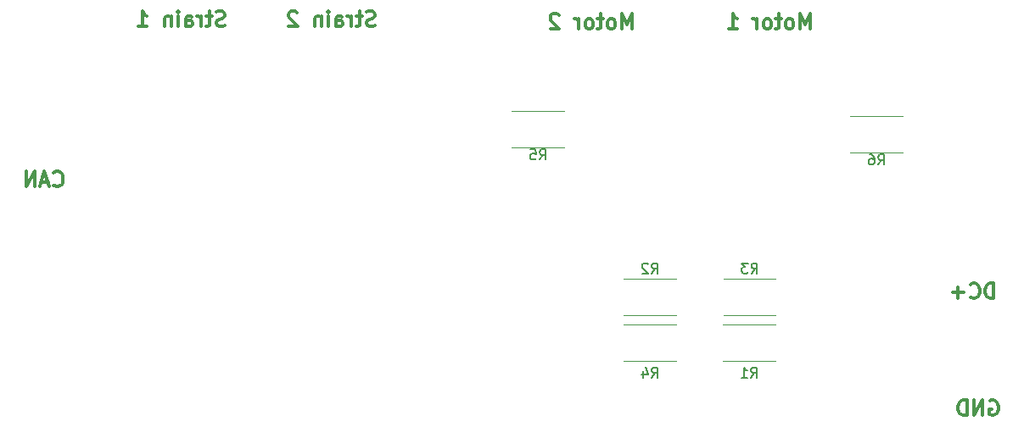
<source format=gbr>
G04 #@! TF.GenerationSoftware,KiCad,Pcbnew,5.0.0-5.0.0*
G04 #@! TF.CreationDate,2018-10-25T16:06:32-04:00*
G04 #@! TF.ProjectId,l6203dualmotordrive,6C363230336475616C6D6F746F726472,rev?*
G04 #@! TF.SameCoordinates,Original*
G04 #@! TF.FileFunction,Legend,Bot*
G04 #@! TF.FilePolarity,Positive*
%FSLAX46Y46*%
G04 Gerber Fmt 4.6, Leading zero omitted, Abs format (unit mm)*
G04 Created by KiCad (PCBNEW 5.0.0-5.0.0) date Thu Oct 25 16:06:32 2018*
%MOMM*%
%LPD*%
G01*
G04 APERTURE LIST*
%ADD10C,0.300000*%
%ADD11C,0.120000*%
%ADD12C,0.150000*%
G04 APERTURE END LIST*
D10*
X93420285Y-80799714D02*
X93491714Y-80871142D01*
X93706000Y-80942571D01*
X93848857Y-80942571D01*
X94063142Y-80871142D01*
X94206000Y-80728285D01*
X94277428Y-80585428D01*
X94348857Y-80299714D01*
X94348857Y-80085428D01*
X94277428Y-79799714D01*
X94206000Y-79656857D01*
X94063142Y-79514000D01*
X93848857Y-79442571D01*
X93706000Y-79442571D01*
X93491714Y-79514000D01*
X93420285Y-79585428D01*
X92848857Y-80514000D02*
X92134571Y-80514000D01*
X92991714Y-80942571D02*
X92491714Y-79442571D01*
X91991714Y-80942571D01*
X91491714Y-80942571D02*
X91491714Y-79442571D01*
X90634571Y-80942571D01*
X90634571Y-79442571D01*
X110493428Y-64869142D02*
X110279142Y-64940571D01*
X109922000Y-64940571D01*
X109779142Y-64869142D01*
X109707714Y-64797714D01*
X109636285Y-64654857D01*
X109636285Y-64512000D01*
X109707714Y-64369142D01*
X109779142Y-64297714D01*
X109922000Y-64226285D01*
X110207714Y-64154857D01*
X110350571Y-64083428D01*
X110422000Y-64012000D01*
X110493428Y-63869142D01*
X110493428Y-63726285D01*
X110422000Y-63583428D01*
X110350571Y-63512000D01*
X110207714Y-63440571D01*
X109850571Y-63440571D01*
X109636285Y-63512000D01*
X109207714Y-63940571D02*
X108636285Y-63940571D01*
X108993428Y-63440571D02*
X108993428Y-64726285D01*
X108922000Y-64869142D01*
X108779142Y-64940571D01*
X108636285Y-64940571D01*
X108136285Y-64940571D02*
X108136285Y-63940571D01*
X108136285Y-64226285D02*
X108064857Y-64083428D01*
X107993428Y-64012000D01*
X107850571Y-63940571D01*
X107707714Y-63940571D01*
X106564857Y-64940571D02*
X106564857Y-64154857D01*
X106636285Y-64012000D01*
X106779142Y-63940571D01*
X107064857Y-63940571D01*
X107207714Y-64012000D01*
X106564857Y-64869142D02*
X106707714Y-64940571D01*
X107064857Y-64940571D01*
X107207714Y-64869142D01*
X107279142Y-64726285D01*
X107279142Y-64583428D01*
X107207714Y-64440571D01*
X107064857Y-64369142D01*
X106707714Y-64369142D01*
X106564857Y-64297714D01*
X105850571Y-64940571D02*
X105850571Y-63940571D01*
X105850571Y-63440571D02*
X105922000Y-63512000D01*
X105850571Y-63583428D01*
X105779142Y-63512000D01*
X105850571Y-63440571D01*
X105850571Y-63583428D01*
X105136285Y-63940571D02*
X105136285Y-64940571D01*
X105136285Y-64083428D02*
X105064857Y-64012000D01*
X104922000Y-63940571D01*
X104707714Y-63940571D01*
X104564857Y-64012000D01*
X104493428Y-64154857D01*
X104493428Y-64940571D01*
X101850571Y-64940571D02*
X102707714Y-64940571D01*
X102279142Y-64940571D02*
X102279142Y-63440571D01*
X102422000Y-63654857D01*
X102564857Y-63797714D01*
X102707714Y-63869142D01*
X125479428Y-64869142D02*
X125265142Y-64940571D01*
X124908000Y-64940571D01*
X124765142Y-64869142D01*
X124693714Y-64797714D01*
X124622285Y-64654857D01*
X124622285Y-64512000D01*
X124693714Y-64369142D01*
X124765142Y-64297714D01*
X124908000Y-64226285D01*
X125193714Y-64154857D01*
X125336571Y-64083428D01*
X125408000Y-64012000D01*
X125479428Y-63869142D01*
X125479428Y-63726285D01*
X125408000Y-63583428D01*
X125336571Y-63512000D01*
X125193714Y-63440571D01*
X124836571Y-63440571D01*
X124622285Y-63512000D01*
X124193714Y-63940571D02*
X123622285Y-63940571D01*
X123979428Y-63440571D02*
X123979428Y-64726285D01*
X123908000Y-64869142D01*
X123765142Y-64940571D01*
X123622285Y-64940571D01*
X123122285Y-64940571D02*
X123122285Y-63940571D01*
X123122285Y-64226285D02*
X123050857Y-64083428D01*
X122979428Y-64012000D01*
X122836571Y-63940571D01*
X122693714Y-63940571D01*
X121550857Y-64940571D02*
X121550857Y-64154857D01*
X121622285Y-64012000D01*
X121765142Y-63940571D01*
X122050857Y-63940571D01*
X122193714Y-64012000D01*
X121550857Y-64869142D02*
X121693714Y-64940571D01*
X122050857Y-64940571D01*
X122193714Y-64869142D01*
X122265142Y-64726285D01*
X122265142Y-64583428D01*
X122193714Y-64440571D01*
X122050857Y-64369142D01*
X121693714Y-64369142D01*
X121550857Y-64297714D01*
X120836571Y-64940571D02*
X120836571Y-63940571D01*
X120836571Y-63440571D02*
X120908000Y-63512000D01*
X120836571Y-63583428D01*
X120765142Y-63512000D01*
X120836571Y-63440571D01*
X120836571Y-63583428D01*
X120122285Y-63940571D02*
X120122285Y-64940571D01*
X120122285Y-64083428D02*
X120050857Y-64012000D01*
X119908000Y-63940571D01*
X119693714Y-63940571D01*
X119550857Y-64012000D01*
X119479428Y-64154857D01*
X119479428Y-64940571D01*
X117693714Y-63583428D02*
X117622285Y-63512000D01*
X117479428Y-63440571D01*
X117122285Y-63440571D01*
X116979428Y-63512000D01*
X116908000Y-63583428D01*
X116836571Y-63726285D01*
X116836571Y-63869142D01*
X116908000Y-64083428D01*
X117765142Y-64940571D01*
X116836571Y-64940571D01*
X151101714Y-65194571D02*
X151101714Y-63694571D01*
X150601714Y-64766000D01*
X150101714Y-63694571D01*
X150101714Y-65194571D01*
X149173142Y-65194571D02*
X149316000Y-65123142D01*
X149387428Y-65051714D01*
X149458857Y-64908857D01*
X149458857Y-64480285D01*
X149387428Y-64337428D01*
X149316000Y-64266000D01*
X149173142Y-64194571D01*
X148958857Y-64194571D01*
X148816000Y-64266000D01*
X148744571Y-64337428D01*
X148673142Y-64480285D01*
X148673142Y-64908857D01*
X148744571Y-65051714D01*
X148816000Y-65123142D01*
X148958857Y-65194571D01*
X149173142Y-65194571D01*
X148244571Y-64194571D02*
X147673142Y-64194571D01*
X148030285Y-63694571D02*
X148030285Y-64980285D01*
X147958857Y-65123142D01*
X147816000Y-65194571D01*
X147673142Y-65194571D01*
X146958857Y-65194571D02*
X147101714Y-65123142D01*
X147173142Y-65051714D01*
X147244571Y-64908857D01*
X147244571Y-64480285D01*
X147173142Y-64337428D01*
X147101714Y-64266000D01*
X146958857Y-64194571D01*
X146744571Y-64194571D01*
X146601714Y-64266000D01*
X146530285Y-64337428D01*
X146458857Y-64480285D01*
X146458857Y-64908857D01*
X146530285Y-65051714D01*
X146601714Y-65123142D01*
X146744571Y-65194571D01*
X146958857Y-65194571D01*
X145816000Y-65194571D02*
X145816000Y-64194571D01*
X145816000Y-64480285D02*
X145744571Y-64337428D01*
X145673142Y-64266000D01*
X145530285Y-64194571D01*
X145387428Y-64194571D01*
X143816000Y-63837428D02*
X143744571Y-63766000D01*
X143601714Y-63694571D01*
X143244571Y-63694571D01*
X143101714Y-63766000D01*
X143030285Y-63837428D01*
X142958857Y-63980285D01*
X142958857Y-64123142D01*
X143030285Y-64337428D01*
X143887428Y-65194571D01*
X142958857Y-65194571D01*
X168881714Y-65194571D02*
X168881714Y-63694571D01*
X168381714Y-64766000D01*
X167881714Y-63694571D01*
X167881714Y-65194571D01*
X166953142Y-65194571D02*
X167096000Y-65123142D01*
X167167428Y-65051714D01*
X167238857Y-64908857D01*
X167238857Y-64480285D01*
X167167428Y-64337428D01*
X167096000Y-64266000D01*
X166953142Y-64194571D01*
X166738857Y-64194571D01*
X166596000Y-64266000D01*
X166524571Y-64337428D01*
X166453142Y-64480285D01*
X166453142Y-64908857D01*
X166524571Y-65051714D01*
X166596000Y-65123142D01*
X166738857Y-65194571D01*
X166953142Y-65194571D01*
X166024571Y-64194571D02*
X165453142Y-64194571D01*
X165810285Y-63694571D02*
X165810285Y-64980285D01*
X165738857Y-65123142D01*
X165596000Y-65194571D01*
X165453142Y-65194571D01*
X164738857Y-65194571D02*
X164881714Y-65123142D01*
X164953142Y-65051714D01*
X165024571Y-64908857D01*
X165024571Y-64480285D01*
X164953142Y-64337428D01*
X164881714Y-64266000D01*
X164738857Y-64194571D01*
X164524571Y-64194571D01*
X164381714Y-64266000D01*
X164310285Y-64337428D01*
X164238857Y-64480285D01*
X164238857Y-64908857D01*
X164310285Y-65051714D01*
X164381714Y-65123142D01*
X164524571Y-65194571D01*
X164738857Y-65194571D01*
X163596000Y-65194571D02*
X163596000Y-64194571D01*
X163596000Y-64480285D02*
X163524571Y-64337428D01*
X163453142Y-64266000D01*
X163310285Y-64194571D01*
X163167428Y-64194571D01*
X160738857Y-65194571D02*
X161596000Y-65194571D01*
X161167428Y-65194571D02*
X161167428Y-63694571D01*
X161310285Y-63908857D01*
X161453142Y-64051714D01*
X161596000Y-64123142D01*
X186816857Y-102374000D02*
X186959714Y-102302571D01*
X187174000Y-102302571D01*
X187388285Y-102374000D01*
X187531142Y-102516857D01*
X187602571Y-102659714D01*
X187674000Y-102945428D01*
X187674000Y-103159714D01*
X187602571Y-103445428D01*
X187531142Y-103588285D01*
X187388285Y-103731142D01*
X187174000Y-103802571D01*
X187031142Y-103802571D01*
X186816857Y-103731142D01*
X186745428Y-103659714D01*
X186745428Y-103159714D01*
X187031142Y-103159714D01*
X186102571Y-103802571D02*
X186102571Y-102302571D01*
X185245428Y-103802571D01*
X185245428Y-102302571D01*
X184531142Y-103802571D02*
X184531142Y-102302571D01*
X184174000Y-102302571D01*
X183959714Y-102374000D01*
X183816857Y-102516857D01*
X183745428Y-102659714D01*
X183674000Y-102945428D01*
X183674000Y-103159714D01*
X183745428Y-103445428D01*
X183816857Y-103588285D01*
X183959714Y-103731142D01*
X184174000Y-103802571D01*
X184531142Y-103802571D01*
X187237428Y-92118571D02*
X187237428Y-90618571D01*
X186880285Y-90618571D01*
X186666000Y-90690000D01*
X186523142Y-90832857D01*
X186451714Y-90975714D01*
X186380285Y-91261428D01*
X186380285Y-91475714D01*
X186451714Y-91761428D01*
X186523142Y-91904285D01*
X186666000Y-92047142D01*
X186880285Y-92118571D01*
X187237428Y-92118571D01*
X184880285Y-91975714D02*
X184951714Y-92047142D01*
X185166000Y-92118571D01*
X185308857Y-92118571D01*
X185523142Y-92047142D01*
X185666000Y-91904285D01*
X185737428Y-91761428D01*
X185808857Y-91475714D01*
X185808857Y-91261428D01*
X185737428Y-90975714D01*
X185666000Y-90832857D01*
X185523142Y-90690000D01*
X185308857Y-90618571D01*
X185166000Y-90618571D01*
X184951714Y-90690000D01*
X184880285Y-90761428D01*
X184237428Y-91547142D02*
X183094571Y-91547142D01*
X183666000Y-92118571D02*
X183666000Y-90975714D01*
D11*
G04 #@! TO.C,R1*
X165414000Y-94700000D02*
X160214000Y-94700000D01*
X160214000Y-98340000D02*
X165414000Y-98340000D01*
G04 #@! TO.C,R2*
X150308000Y-93768000D02*
X155508000Y-93768000D01*
X155508000Y-90128000D02*
X150308000Y-90128000D01*
G04 #@! TO.C,R3*
X160266000Y-93768000D02*
X165466000Y-93768000D01*
X165466000Y-90128000D02*
X160266000Y-90128000D01*
G04 #@! TO.C,R4*
X155508000Y-94700000D02*
X150308000Y-94700000D01*
X150308000Y-98340000D02*
X155508000Y-98340000D01*
G04 #@! TO.C,R5*
X144332000Y-73364000D02*
X139132000Y-73364000D01*
X139132000Y-77004000D02*
X144332000Y-77004000D01*
G04 #@! TO.C,R6*
X172914000Y-77512000D02*
X178114000Y-77512000D01*
X178114000Y-73872000D02*
X172914000Y-73872000D01*
G04 #@! TO.C,R1*
D12*
X162980666Y-100020380D02*
X163314000Y-99544190D01*
X163552095Y-100020380D02*
X163552095Y-99020380D01*
X163171142Y-99020380D01*
X163075904Y-99068000D01*
X163028285Y-99115619D01*
X162980666Y-99210857D01*
X162980666Y-99353714D01*
X163028285Y-99448952D01*
X163075904Y-99496571D01*
X163171142Y-99544190D01*
X163552095Y-99544190D01*
X162028285Y-100020380D02*
X162599714Y-100020380D01*
X162314000Y-100020380D02*
X162314000Y-99020380D01*
X162409238Y-99163238D01*
X162504476Y-99258476D01*
X162599714Y-99306095D01*
G04 #@! TO.C,R2*
X153074666Y-89606380D02*
X153408000Y-89130190D01*
X153646095Y-89606380D02*
X153646095Y-88606380D01*
X153265142Y-88606380D01*
X153169904Y-88654000D01*
X153122285Y-88701619D01*
X153074666Y-88796857D01*
X153074666Y-88939714D01*
X153122285Y-89034952D01*
X153169904Y-89082571D01*
X153265142Y-89130190D01*
X153646095Y-89130190D01*
X152693714Y-88701619D02*
X152646095Y-88654000D01*
X152550857Y-88606380D01*
X152312761Y-88606380D01*
X152217523Y-88654000D01*
X152169904Y-88701619D01*
X152122285Y-88796857D01*
X152122285Y-88892095D01*
X152169904Y-89034952D01*
X152741333Y-89606380D01*
X152122285Y-89606380D01*
G04 #@! TO.C,R3*
X163032666Y-89606380D02*
X163366000Y-89130190D01*
X163604095Y-89606380D02*
X163604095Y-88606380D01*
X163223142Y-88606380D01*
X163127904Y-88654000D01*
X163080285Y-88701619D01*
X163032666Y-88796857D01*
X163032666Y-88939714D01*
X163080285Y-89034952D01*
X163127904Y-89082571D01*
X163223142Y-89130190D01*
X163604095Y-89130190D01*
X162699333Y-88606380D02*
X162080285Y-88606380D01*
X162413619Y-88987333D01*
X162270761Y-88987333D01*
X162175523Y-89034952D01*
X162127904Y-89082571D01*
X162080285Y-89177809D01*
X162080285Y-89415904D01*
X162127904Y-89511142D01*
X162175523Y-89558761D01*
X162270761Y-89606380D01*
X162556476Y-89606380D01*
X162651714Y-89558761D01*
X162699333Y-89511142D01*
G04 #@! TO.C,R4*
X153074666Y-100020380D02*
X153408000Y-99544190D01*
X153646095Y-100020380D02*
X153646095Y-99020380D01*
X153265142Y-99020380D01*
X153169904Y-99068000D01*
X153122285Y-99115619D01*
X153074666Y-99210857D01*
X153074666Y-99353714D01*
X153122285Y-99448952D01*
X153169904Y-99496571D01*
X153265142Y-99544190D01*
X153646095Y-99544190D01*
X152217523Y-99353714D02*
X152217523Y-100020380D01*
X152455619Y-98972761D02*
X152693714Y-99687047D01*
X152074666Y-99687047D01*
G04 #@! TO.C,R5*
X141898666Y-78236380D02*
X142232000Y-77760190D01*
X142470095Y-78236380D02*
X142470095Y-77236380D01*
X142089142Y-77236380D01*
X141993904Y-77284000D01*
X141946285Y-77331619D01*
X141898666Y-77426857D01*
X141898666Y-77569714D01*
X141946285Y-77664952D01*
X141993904Y-77712571D01*
X142089142Y-77760190D01*
X142470095Y-77760190D01*
X140993904Y-77236380D02*
X141470095Y-77236380D01*
X141517714Y-77712571D01*
X141470095Y-77664952D01*
X141374857Y-77617333D01*
X141136761Y-77617333D01*
X141041523Y-77664952D01*
X140993904Y-77712571D01*
X140946285Y-77807809D01*
X140946285Y-78045904D01*
X140993904Y-78141142D01*
X141041523Y-78188761D01*
X141136761Y-78236380D01*
X141374857Y-78236380D01*
X141470095Y-78188761D01*
X141517714Y-78141142D01*
G04 #@! TO.C,R6*
X175680666Y-78744380D02*
X176014000Y-78268190D01*
X176252095Y-78744380D02*
X176252095Y-77744380D01*
X175871142Y-77744380D01*
X175775904Y-77792000D01*
X175728285Y-77839619D01*
X175680666Y-77934857D01*
X175680666Y-78077714D01*
X175728285Y-78172952D01*
X175775904Y-78220571D01*
X175871142Y-78268190D01*
X176252095Y-78268190D01*
X174823523Y-77744380D02*
X175014000Y-77744380D01*
X175109238Y-77792000D01*
X175156857Y-77839619D01*
X175252095Y-77982476D01*
X175299714Y-78172952D01*
X175299714Y-78553904D01*
X175252095Y-78649142D01*
X175204476Y-78696761D01*
X175109238Y-78744380D01*
X174918761Y-78744380D01*
X174823523Y-78696761D01*
X174775904Y-78649142D01*
X174728285Y-78553904D01*
X174728285Y-78315809D01*
X174775904Y-78220571D01*
X174823523Y-78172952D01*
X174918761Y-78125333D01*
X175109238Y-78125333D01*
X175204476Y-78172952D01*
X175252095Y-78220571D01*
X175299714Y-78315809D01*
G04 #@! TD*
M02*

</source>
